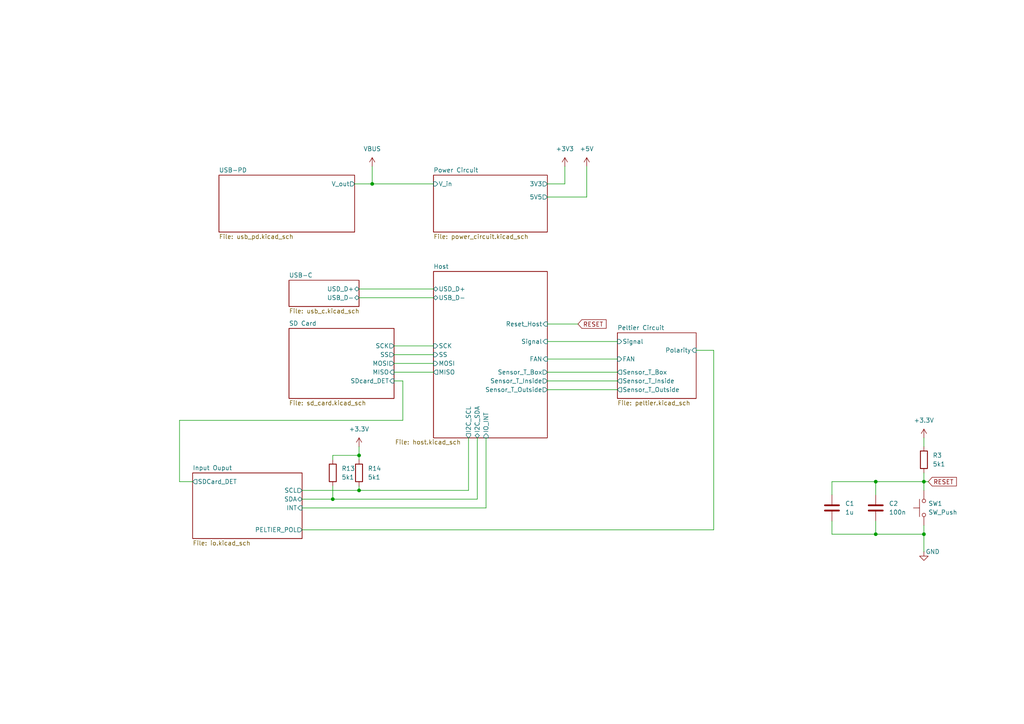
<source format=kicad_sch>
(kicad_sch (version 20231120) (generator "eeschema") (generator_version "8.0")
  (paper "A4")
  (lib_symbols
    (symbol "Device:C" (pin_numbers hide) (pin_names (offset 0.254))
      (property "Reference" "C" (at 0.635 2.54 0))
      (property "Value" "C" (at 0.635 -2.54 0))
      (symbol "C_0_1"
        (polyline (pts (xy -2.032 -0.762) (xy 2.032 -0.762)) (stroke (width 0.508)))
        (polyline (pts (xy -2.032 0.762) (xy 2.032 0.762)) (stroke (width 0.508)))
      )
      (symbol "C_1_1"
        (pin passive line (at 0 3.81 270) (length 2.794) (name "~") (number "1"))
        (pin passive line (at 0 -3.81 90) (length 2.794) (name "~") (number "2"))
      )
    )
    (symbol "Device:R" (pin_numbers hide) (pin_names (offset 0))
      (property "Reference" "R" (at 2.032 0 90))
      (property "Value" "R" (at 0 0 90))
      (symbol "R_0_1"
        (rectangle (start -1.016 -2.54) (end 1.016 2.54) (stroke (width 0.254)))
      )
      (symbol "R_1_1"
        (pin passive line (at 0 3.81 270) (length 1.27) (name "~") (number "1"))
        (pin passive line (at 0 -3.81 90) (length 1.27) (name "~") (number "2"))
      )
    )
    (symbol "Switch:SW_Push" (pin_numbers hide) (pin_names (offset 1.016) hide)
      (property "Reference" "SW" (at 1.27 2.54 0))
      (property "Value" "SW_Push" (at 0 -1.524 0))
      (symbol "SW_Push_0_1"
        (circle (center -2.032 0) (radius 0.508))
        (polyline (pts (xy 0 1.27) (xy 0 3.048)))
        (polyline (pts (xy 2.54 1.27) (xy -2.54 1.27)))
        (circle (center 2.032 0) (radius 0.508))
        (pin passive line (at -5.08 0 0) (length 2.54) (name "1") (number "1"))
        (pin passive line (at 5.08 0 180) (length 2.54) (name "2") (number "2"))
      )
    )
    (symbol "power:+3.3V" (power) (pin_names (offset 0))
      (property "Value" "+3.3V" (at 0 3.556 0))
      (symbol "+3.3V_0_1"
        (polyline (pts (xy -0.762 1.27) (xy 0 2.54)))
        (polyline (pts (xy 0 0) (xy 0 2.54)))
        (polyline (pts (xy 0 2.54) (xy 0.762 1.27)))
      )
      (symbol "+3.3V_1_1"
        (pin power_in line (at 0 0 90) (length 0) hide (name "+3.3V") (number "1"))
      )
    )
    (symbol "power:+3V3" (power) (pin_numbers hide) (pin_names (offset 0) hide)
      (property "Value" "+3V3" (at 0 3.556 0))
      (symbol "+3V3_0_1"
        (polyline (pts (xy -0.762 1.27) (xy 0 2.54)))
        (polyline (pts (xy 0 0) (xy 0 2.54)))
        (polyline (pts (xy 0 2.54) (xy 0.762 1.27)))
      )
      (symbol "+3V3_1_1"
        (pin power_in line (at 0 0 90) (length 0) (name "~") (number "1"))
      )
    )
    (symbol "power:+5V" (power) (pin_numbers hide) (pin_names (offset 0) hide)
      (property "Value" "+5V" (at 0 3.556 0))
      (symbol "+5V_0_1"
        (polyline (pts (xy -0.762 1.27) (xy 0 2.54)))
        (polyline (pts (xy 0 0) (xy 0 2.54)))
        (polyline (pts (xy 0 2.54) (xy 0.762 1.27)))
      )
      (symbol "+5V_1_1"
        (pin power_in line (at 0 0 90) (length 0) (name "~") (number "1"))
      )
    )
    (symbol "power:GND" (power) (pin_numbers hide) (pin_names (offset 0) hide)
      (property "Value" "GND" (at 0 -3.81 0))
      (symbol "GND_0_1"
        (polyline (pts (xy 0 0) (xy 0 -1.27) (xy 1.27 -1.27) (xy 0 -2.54) (xy -1.27 -1.27) (xy 0 -1.27)))
      )
      (symbol "GND_1_1"
        (pin power_in line (at 0 0 270) (length 0) (name "~") (number "1"))
      )
    )
    (symbol "power:VBUS" (power) (pin_numbers hide) (pin_names (offset 0) hide)
      (property "Value" "VBUS" (at 0 3.556 0))
      (symbol "VBUS_0_1"
        (polyline (pts (xy -0.762 1.27) (xy 0 2.54)))
        (polyline (pts (xy 0 0) (xy 0 2.54)))
        (polyline (pts (xy 0 2.54) (xy 0.762 1.27)))
      )
      (symbol "VBUS_1_1"
        (pin power_in line (at 0 0 90) (length 0) (name "~") (number "1"))
      )
    )
  )
  (junction (at 267.97 154.94))
  (junction (at 96.52 144.78))
  (junction (at 267.97 139.7))
  (junction (at 254 154.94))
  (junction (at 107.95 53.34))
  (junction (at 104.14 142.24))
  (junction (at 104.14 132.08))
  (junction (at 254 139.7))
  (wire (pts (xy 114.3 107.95) (xy 125.73 107.95)))
  (wire (pts (xy 96.52 133.35) (xy 96.52 132.08)))
  (wire (pts (xy 207.01 153.67) (xy 207.01 101.6)))
  (wire (pts (xy 104.14 129.54) (xy 104.14 132.08)))
  (wire (pts (xy 114.3 105.41) (xy 125.73 105.41)))
  (wire (pts (xy 114.3 102.87) (xy 125.73 102.87)))
  (wire (pts (xy 163.83 53.34) (xy 158.75 53.34)))
  (wire (pts (xy 254 139.7) (xy 267.97 139.7)))
  (wire (pts (xy 267.97 137.16) (xy 267.97 139.7)))
  (wire (pts (xy 158.75 110.49) (xy 179.07 110.49)))
  (wire (pts (xy 114.3 100.33) (xy 125.73 100.33)))
  (wire (pts (xy 241.3 143.51) (xy 241.3 139.7)))
  (wire (pts (xy 52.07 121.92) (xy 116.84 121.92)))
  (wire (pts (xy 102.87 53.34) (xy 107.95 53.34)))
  (wire (pts (xy 241.3 154.94) (xy 254 154.94)))
  (wire (pts (xy 87.63 144.78) (xy 96.52 144.78)))
  (wire (pts (xy 104.14 86.36) (xy 125.73 86.36)))
  (wire (pts (xy 158.75 104.14) (xy 179.07 104.14)))
  (wire (pts (xy 96.52 140.97) (xy 96.52 144.78)))
  (wire (pts (xy 104.14 83.82) (xy 125.73 83.82)))
  (wire (pts (xy 87.63 142.24) (xy 104.14 142.24)))
  (wire (pts (xy 104.14 132.08) (xy 104.14 133.35)))
  (wire (pts (xy 254 151.13) (xy 254 154.94)))
  (wire (pts (xy 52.07 139.7) (xy 52.07 121.92)))
  (wire (pts (xy 138.43 144.78) (xy 138.43 127)))
  (wire (pts (xy 158.75 57.15) (xy 170.18 57.15)))
  (wire (pts (xy 140.97 147.32) (xy 87.63 147.32)))
  (wire (pts (xy 107.95 48.26) (xy 107.95 53.34)))
  (wire (pts (xy 158.75 113.03) (xy 179.07 113.03)))
  (wire (pts (xy 135.89 142.24) (xy 135.89 127)))
  (wire (pts (xy 254 154.94) (xy 267.97 154.94)))
  (wire (pts (xy 55.88 139.7) (xy 52.07 139.7)))
  (wire (pts (xy 170.18 57.15) (xy 170.18 48.26)))
  (wire (pts (xy 158.75 99.06) (xy 179.07 99.06)))
  (wire (pts (xy 96.52 132.08) (xy 104.14 132.08)))
  (wire (pts (xy 267.97 127) (xy 267.97 129.54)))
  (wire (pts (xy 241.3 151.13) (xy 241.3 154.94)))
  (wire (pts (xy 104.14 142.24) (xy 135.89 142.24)))
  (wire (pts (xy 116.84 110.49) (xy 114.3 110.49)))
  (wire (pts (xy 207.01 101.6) (xy 201.93 101.6)))
  (wire (pts (xy 267.97 152.4) (xy 267.97 154.94)))
  (wire (pts (xy 107.95 53.34) (xy 125.73 53.34)))
  (wire (pts (xy 158.75 93.98) (xy 167.64 93.98)))
  (wire (pts (xy 96.52 144.78) (xy 138.43 144.78)))
  (wire (pts (xy 267.97 139.7) (xy 269.24 139.7)))
  (wire (pts (xy 87.63 153.67) (xy 207.01 153.67)))
  (wire (pts (xy 267.97 139.7) (xy 267.97 142.24)))
  (wire (pts (xy 140.97 127) (xy 140.97 147.32)))
  (wire (pts (xy 116.84 121.92) (xy 116.84 110.49)))
  (wire (pts (xy 254 143.51) (xy 254 139.7)))
  (wire (pts (xy 158.75 107.95) (xy 179.07 107.95)))
  (wire (pts (xy 163.83 48.26) (xy 163.83 53.34)))
  (wire (pts (xy 267.97 160.02) (xy 267.97 154.94)))
  (wire (pts (xy 104.14 140.97) (xy 104.14 142.24)))
  (wire (pts (xy 241.3 139.7) (xy 254 139.7)))
  (global_label "RESET" (shape input) (at 167.64 93.98 0) (property "Intersheetrefs" "${INTERSHEET_REFS}" (effects (hide yes))))
  (global_label "RESET" (shape input) (at 269.24 139.7 0) (property "Intersheetrefs" "${INTERSHEET_REFS}" (effects (hide yes))))
  (symbol (lib_id "Device:R") (at 267.97 133.35 0) (unit 1)
    (property "Reference" "R3" (at 270.51 132.0799 0) (effects (justify left)))
    (property "Value" "5k1" (at 270.51 134.6199 0) (effects (justify left)))
    (property "Footprint" "Resistor_SMD:R_0402_1005Metric_Pad0.72x0.64mm_HandSolder" (effects (hide yes)))
  )
  (symbol (lib_id "Switch:SW_Push") (at 267.97 147.32 90) (unit 1)
    (property "Reference" "SW1" (at 269.24 146.05 90) (effects (justify right)))
    (property "Value" "SW_Push" (at 269.24 148.5899 90) (effects (justify right)))
    (property "Footprint" "Button_Switch_SMD:SW_SPST_TL3342" (effects (hide yes)))
  )
  (symbol (lib_id "Device:C") (at 241.3 147.32 0) (unit 1)
    (property "Reference" "C1" (at 245.11 146.0499 0) (effects (justify left)))
    (property "Value" "1u" (at 245.11 148.59 0) (effects (justify left)))
    (property "Footprint" "Capacitor_SMD:C_0402_1005Metric_Pad0.74x0.62mm_HandSolder" (effects (hide yes)))
  )
  (symbol (lib_id "Device:C") (at 254 147.32 0) (unit 1)
    (property "Reference" "C2" (at 257.81 146.0499 0) (effects (justify left)))
    (property "Value" "100n" (at 257.81 148.59 0) (effects (justify left)))
    (property "Footprint" "Capacitor_SMD:C_0402_1005Metric_Pad0.74x0.62mm_HandSolder" (effects (hide yes)))
  )
  (symbol (lib_id "power:GND") (at 267.97 160.02 0) (unit 1)
    (property "Reference" "#PWR08" (effects (hide yes)))
    (property "Value" "GND" (at 270.51 160.02 0))
  )
  (symbol (lib_id "power:+5V") (at 170.18 48.26 0) (unit 1)
    (property "Reference" "#PWR019" (effects (hide yes)))
    (property "Value" "+5V" (at 170.18 43.18 0))
    (property "Description" "Power symbol creates a global label with name \"+5V\"" (effects (hide yes)))
  )
  (symbol (lib_id "power:VBUS") (at 107.95 48.26 0) (unit 1)
    (property "Reference" "#PWR03" (effects (hide yes)))
    (property "Value" "VBUS" (at 107.95 43.18 0))
    (property "Description" "Power symbol creates a global label with name \"VBUS\"" (effects (hide yes)))
  )
  (symbol (lib_id "power:+3.3V") (at 104.14 129.54 0) (unit 1)
    (property "Reference" "#PWR028" (effects (hide yes)))
    (property "Value" "+3.3V" (at 104.14 124.46 0))
  )
  (symbol (lib_id "Device:R") (at 96.52 137.16 0) (unit 1)
    (property "Reference" "R13" (at 99.06 135.8899 0) (effects (justify left)))
    (property "Value" "5k1" (at 99.06 138.4299 0) (effects (justify left)))
    (property "Footprint" "Resistor_SMD:R_0402_1005Metric_Pad0.72x0.64mm_HandSolder" (effects (hide yes)))
  )
  (symbol (lib_id "power:+3.3V") (at 267.97 127 0) (unit 1)
    (property "Reference" "#PWR07" (effects (hide yes)))
    (property "Value" "+3.3V" (at 267.97 121.92 0))
  )
  (symbol (lib_id "Device:R") (at 104.14 137.16 0) (unit 1)
    (property "Reference" "R14" (at 106.68 135.8899 0) (effects (justify left)))
    (property "Value" "5k1" (at 106.68 138.4299 0) (effects (justify left)))
    (property "Footprint" "Resistor_SMD:R_0402_1005Metric_Pad0.72x0.64mm_HandSolder" (effects (hide yes)))
  )
  (symbol (lib_id "power:+3V3") (at 163.83 48.26 0) (unit 1)
    (property "Reference" "#PWR05" (effects (hide yes)))
    (property "Value" "+3V3" (at 163.83 43.18 0))
    (property "Description" "Power symbol creates a global label with name \"+3V3\"" (effects (hide yes)))
  )
  (sheet (at 63.5 50.8) (size 39.37 16.51) (stroke (width 0.1524))
    (property "Sheetname" "USB-PD" (at 63.5 50.0884 0) (effects (justify left bottom)))
    (property "Sheetfile" "usb_pd.kicad_sch" (at 63.5 67.8946 0) (effects (justify left top)))
    (pin "V_out" output (at 102.87 53.34 0))
  )
  (sheet (at 83.82 95.25) (size 30.48 20.32) (stroke (width 0.1524))
    (property "Sheetname" "SD Card" (at 83.82 94.5384 0) (effects (justify left bottom)))
    (property "Sheetfile" "sd_card.kicad_sch" (at 83.82 116.1546 0) (effects (justify left top)))
    (pin "MOSI" output (at 114.3 105.41 0))
    (pin "SS" output (at 114.3 102.87 0))
    (pin "SCK" output (at 114.3 100.33 0))
    (pin "SDcard_DET" input (at 114.3 110.49 0))
    (pin "MISO" input (at 114.3 107.95 0))
  )
  (sheet (at 125.73 78.74) (size 33.02 48.26) (stroke (width 0.1524))
    (property "Sheetname" "Host" (at 125.73 78.0284 0) (effects (justify left bottom)))
    (property "Sheetfile" "host.kicad_sch" (at 114.554 127.508 0) (effects (justify left top)))
    (pin "Reset_Host" input (at 158.75 93.98 0))
    (pin "USB_D-" bidirectional (at 125.73 86.36 180))
    (pin "USD_D+" bidirectional (at 125.73 83.82 180))
    (pin "MISO" output (at 125.73 107.95 180))
    (pin "SCK" input (at 125.73 100.33 180))
    (pin "SS" input (at 125.73 102.87 180))
    (pin "MOSI" input (at 125.73 105.41 180))
    (pin "Sensor_T_Box" output (at 158.75 107.95 0))
    (pin "Sensor_T_Inside" output (at 158.75 110.49 0))
    (pin "I2C_SCL" output (at 135.89 127 270))
    (pin "Sensor_T_Outside" output (at 158.75 113.03 0))
    (pin "I2C_SDA" bidirectional (at 138.43 127 270))
    (pin "Signal" input (at 158.75 99.06 0))
    (pin "FAN" input (at 158.75 104.14 0))
    (pin "IO_INT" input (at 140.97 127 270))
  )
  (sheet (at 83.82 81.28) (size 20.32 7.62) (stroke (width 0.1524))
    (property "Sheetname" "USB-C" (at 83.82 80.5684 0) (effects (justify left bottom)))
    (property "Sheetfile" "usb_c.kicad_sch" (at 83.82 89.4846 0) (effects (justify left top)))
    (pin "USD_D+" bidirectional (at 104.14 83.82 0))
    (pin "USB_D-" bidirectional (at 104.14 86.36 0))
  )
  (sheet (at 125.73 50.8) (size 33.02 16.51) (stroke (width 0.1524))
    (property "Sheetname" "Power Circuit" (at 125.73 50.0884 0) (effects (justify left bottom)))
    (property "Sheetfile" "power_circuit.kicad_sch" (at 125.73 67.8946 0) (effects (justify left top)))
    (pin "V_in" input (at 125.73 53.34 180))
    (pin "5V5" output (at 158.75 57.15 0))
    (pin "3V3" output (at 158.75 53.34 0))
  )
  (sheet (at 179.07 96.52) (size 22.86 19.05) (stroke (width 0.1524))
    (property "Sheetname" "Peltier Circuit" (at 179.07 95.8084 0) (effects (justify left bottom)))
    (property "Sheetfile" "peltier.kicad_sch" (at 179.07 116.1546 0) (effects (justify left top)))
    (pin "Signal" input (at 179.07 99.06 180))
    (pin "Polarity" input (at 201.93 101.6 0))
    (pin "FAN" input (at 179.07 104.14 180))
    (pin "Sensor_T_Inside" output (at 179.07 110.49 180))
    (pin "Sensor_T_Box" output (at 179.07 107.95 180))
    (pin "Sensor_T_Outside" output (at 179.07 113.03 180))
  )
  (sheet (at 55.88 137.16) (size 31.75 19.05) (stroke (width 0.1524))
    (property "Sheetname" "Input Ouput" (at 55.88 136.4484 0) (effects (justify left bottom)))
    (property "Sheetfile" "io.kicad_sch" (at 55.88 156.7946 0) (effects (justify left top)))
    (pin "INT" input (at 87.63 147.32 0))
    (pin "SDA" bidirectional (at 87.63 144.78 0))
    (pin "SCL" output (at 87.63 142.24 0))
    (pin "SDCard_DET" output (at 55.88 139.7 180))
    (pin "PELTIER_POL" output (at 87.63 153.67 0))
  )
)
</source>
